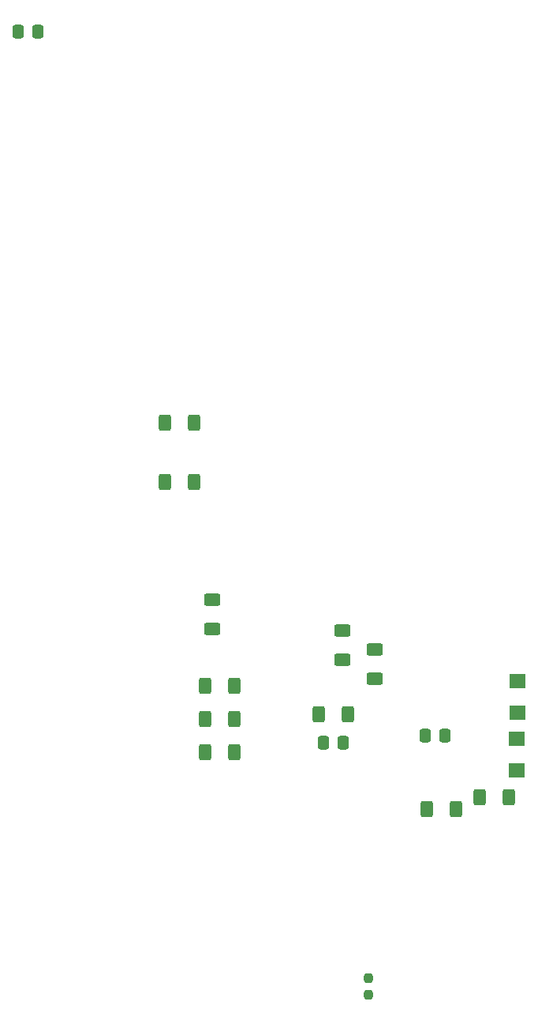
<source format=gbr>
%TF.GenerationSoftware,KiCad,Pcbnew,7.0.1*%
%TF.CreationDate,2023-05-11T18:44:24-05:00*%
%TF.ProjectId,CircuitoPotencia,43697263-7569-4746-9f50-6f74656e6369,rev?*%
%TF.SameCoordinates,Original*%
%TF.FileFunction,Paste,Top*%
%TF.FilePolarity,Positive*%
%FSLAX46Y46*%
G04 Gerber Fmt 4.6, Leading zero omitted, Abs format (unit mm)*
G04 Created by KiCad (PCBNEW 7.0.1) date 2023-05-11 18:44:24*
%MOMM*%
%LPD*%
G01*
G04 APERTURE LIST*
G04 Aperture macros list*
%AMRoundRect*
0 Rectangle with rounded corners*
0 $1 Rounding radius*
0 $2 $3 $4 $5 $6 $7 $8 $9 X,Y pos of 4 corners*
0 Add a 4 corners polygon primitive as box body*
4,1,4,$2,$3,$4,$5,$6,$7,$8,$9,$2,$3,0*
0 Add four circle primitives for the rounded corners*
1,1,$1+$1,$2,$3*
1,1,$1+$1,$4,$5*
1,1,$1+$1,$6,$7*
1,1,$1+$1,$8,$9*
0 Add four rect primitives between the rounded corners*
20,1,$1+$1,$2,$3,$4,$5,0*
20,1,$1+$1,$4,$5,$6,$7,0*
20,1,$1+$1,$6,$7,$8,$9,0*
20,1,$1+$1,$8,$9,$2,$3,0*%
G04 Aperture macros list end*
%ADD10RoundRect,0.250000X0.400000X0.625000X-0.400000X0.625000X-0.400000X-0.625000X0.400000X-0.625000X0*%
%ADD11RoundRect,0.250000X-0.337500X-0.475000X0.337500X-0.475000X0.337500X0.475000X-0.337500X0.475000X0*%
%ADD12R,1.680000X1.520000*%
%ADD13RoundRect,0.250000X-0.400000X-0.625000X0.400000X-0.625000X0.400000X0.625000X-0.400000X0.625000X0*%
%ADD14RoundRect,0.250000X0.625000X-0.400000X0.625000X0.400000X-0.625000X0.400000X-0.625000X-0.400000X0*%
%ADD15RoundRect,0.250000X-0.625000X0.400000X-0.625000X-0.400000X0.625000X-0.400000X0.625000X0.400000X0*%
%ADD16RoundRect,0.237500X-0.237500X0.250000X-0.237500X-0.250000X0.237500X-0.250000X0.237500X0.250000X0*%
%ADD17RoundRect,0.250000X0.337500X0.475000X-0.337500X0.475000X-0.337500X-0.475000X0.337500X-0.475000X0*%
G04 APERTURE END LIST*
D10*
%TO.C,R10*%
X173000000Y-113792000D03*
X169900000Y-113792000D03*
%TD*%
D11*
%TO.C,C5*%
X153140500Y-107950000D03*
X155215500Y-107950000D03*
%TD*%
D12*
%TO.C,D9*%
X173990000Y-101346000D03*
X173990000Y-104746000D03*
%TD*%
D13*
%TO.C,R14*%
X140436000Y-108966000D03*
X143536000Y-108966000D03*
%TD*%
D14*
%TO.C,R15*%
X158631500Y-101118000D03*
X158631500Y-98018000D03*
%TD*%
D15*
%TO.C,R19*%
X141224000Y-92684000D03*
X141224000Y-95784000D03*
%TD*%
D16*
%TO.C,C3*%
X157988000Y-133199500D03*
X157988000Y-135024500D03*
%TD*%
D17*
%TO.C,CIn0*%
X122449500Y-31750000D03*
X120374500Y-31750000D03*
%TD*%
D13*
%TO.C,R16*%
X152628000Y-104902000D03*
X155728000Y-104902000D03*
%TD*%
D12*
%TO.C,D8*%
X173871500Y-110920000D03*
X173871500Y-107520000D03*
%TD*%
D14*
%TO.C,R18*%
X155194000Y-99086000D03*
X155194000Y-95986000D03*
%TD*%
D13*
%TO.C,R11*%
X140436000Y-105410000D03*
X143536000Y-105410000D03*
%TD*%
D10*
%TO.C,R9*%
X143562000Y-101854000D03*
X140462000Y-101854000D03*
%TD*%
D13*
%TO.C,R17*%
X164219500Y-115062000D03*
X167319500Y-115062000D03*
%TD*%
D17*
%TO.C,C4*%
X166137500Y-107188000D03*
X164062500Y-107188000D03*
%TD*%
D13*
%TO.C,R12*%
X136118000Y-80010000D03*
X139218000Y-80010000D03*
%TD*%
D10*
%TO.C,R13*%
X139218000Y-73660000D03*
X136118000Y-73660000D03*
%TD*%
M02*

</source>
